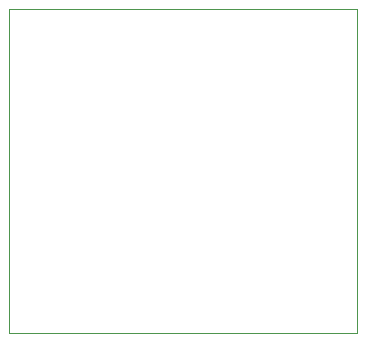
<source format=gm1>
G04 #@! TF.GenerationSoftware,KiCad,Pcbnew,8.0.4*
G04 #@! TF.CreationDate,2024-08-09T15:13:23+02:00*
G04 #@! TF.ProjectId,acorn-userport-microsd-adapter,61636f72-6e2d-4757-9365-72706f72742d,rev?*
G04 #@! TF.SameCoordinates,Original*
G04 #@! TF.FileFunction,Profile,NP*
%FSLAX46Y46*%
G04 Gerber Fmt 4.6, Leading zero omitted, Abs format (unit mm)*
G04 Created by KiCad (PCBNEW 8.0.4) date 2024-08-09 15:13:23*
%MOMM*%
%LPD*%
G01*
G04 APERTURE LIST*
G04 #@! TA.AperFunction,Profile*
%ADD10C,0.050000*%
G04 #@! TD*
G04 APERTURE END LIST*
D10*
X153924000Y-48514000D02*
X124460000Y-48514000D01*
X124460000Y-48514000D02*
X124460000Y-75946000D01*
X153924000Y-75946000D02*
X124460000Y-75946000D01*
X153924000Y-75946000D02*
X153924000Y-48514000D01*
M02*

</source>
